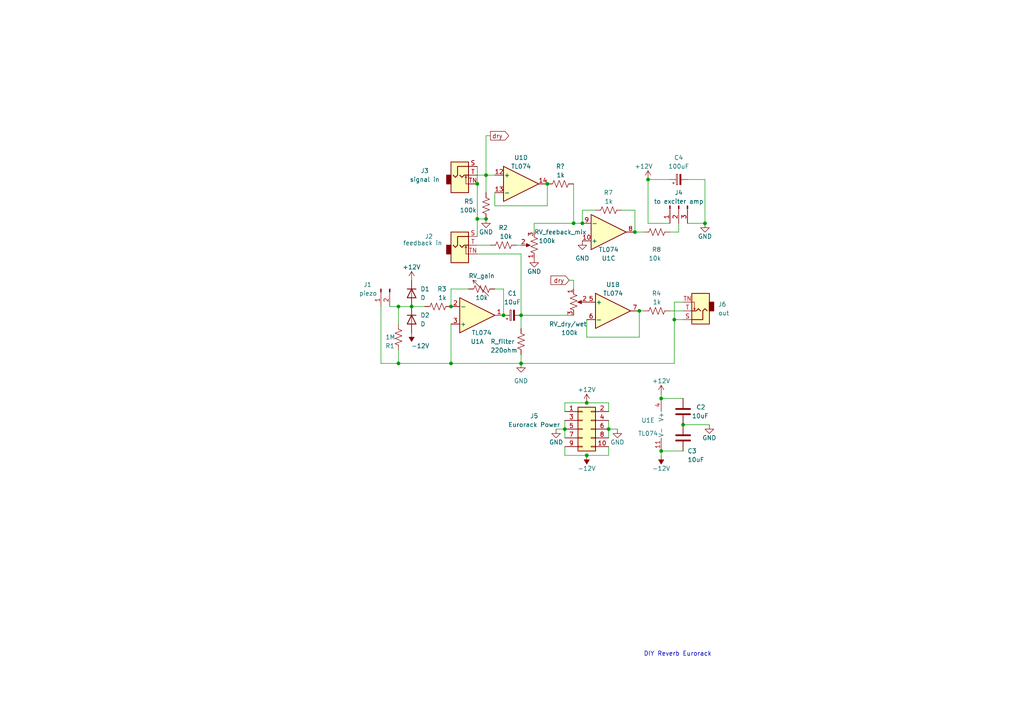
<source format=kicad_sch>
(kicad_sch (version 20211123) (generator eeschema)
  (paper "A4")
  (lib_symbols
    (symbol "Amplifier_Operational:TL074" (pin_names (offset 0.127))
      (property "Reference" "U" (at 0 5.08 0))
      (property "Value" "TL074" (at 0 -5.08 0))
      (symbol "TL074_1_1"
        (polyline (pts (xy -5.08 5.08) (xy 5.08 0) (xy -5.08 -5.08) (xy -5.08 5.08)) (stroke (width 0.254)) (fill (type background)))
        (pin output line (at 7.62 0 180) (length 2.54) (name "~") (number "1"))
        (pin input line (at -7.62 -2.54 0) (length 2.54) (name "-") (number "2"))
        (pin input line (at -7.62 2.54 0) (length 2.54) (name "+") (number "3"))
      )
      (symbol "TL074_2_1"
        (polyline (pts (xy -5.08 5.08) (xy 5.08 0) (xy -5.08 -5.08) (xy -5.08 5.08)) (stroke (width 0.254)) (fill (type background)))
        (pin input line (at -7.62 2.54 0) (length 2.54) (name "+") (number "5"))
        (pin input line (at -7.62 -2.54 0) (length 2.54) (name "-") (number "6"))
        (pin output line (at 7.62 0 180) (length 2.54) (name "~") (number "7"))
      )
      (symbol "TL074_3_1"
        (polyline (pts (xy -5.08 5.08) (xy 5.08 0) (xy -5.08 -5.08) (xy -5.08 5.08)) (stroke (width 0.254)) (fill (type background)))
        (pin input line (at -7.62 2.54 0) (length 2.54) (name "+") (number "10"))
        (pin output line (at 7.62 0 180) (length 2.54) (name "~") (number "8"))
        (pin input line (at -7.62 -2.54 0) (length 2.54) (name "-") (number "9"))
      )
      (symbol "TL074_4_1"
        (polyline (pts (xy -5.08 5.08) (xy 5.08 0) (xy -5.08 -5.08) (xy -5.08 5.08)) (stroke (width 0.254)) (fill (type background)))
        (pin input line (at -7.62 2.54 0) (length 2.54) (name "+") (number "12"))
        (pin input line (at -7.62 -2.54 0) (length 2.54) (name "-") (number "13"))
        (pin output line (at 7.62 0 180) (length 2.54) (name "~") (number "14"))
      )
      (symbol "TL074_5_1"
        (pin power_in line (at -2.54 -7.62 90) (length 3.81) (name "V-") (number "11"))
        (pin power_in line (at -2.54 7.62 270) (length 3.81) (name "V+") (number "4"))
      )
    )
    (symbol "Connector:AudioJack2_SwitchT"
      (property "Reference" "J" (at 0 8.89 0))
      (property "Value" "AudioJack2_SwitchT" (at 0 6.35 0))
      (symbol "AudioJack2_SwitchT_0_1"
        (rectangle (start -2.54 0) (end -3.81 -2.54) (stroke (width 0.254)) (fill (type outline)))
        (polyline (pts (xy 1.778 -0.254) (xy 2.032 -0.762)))
        (polyline (pts (xy 0 0) (xy 0.635 -0.635) (xy 1.27 0) (xy 2.54 0)) (stroke (width 0.254)))
        (polyline (pts (xy 2.54 -2.54) (xy 1.778 -2.54) (xy 1.778 -0.254) (xy 1.524 -0.762)))
        (polyline (pts (xy 2.54 2.54) (xy -0.635 2.54) (xy -0.635 0) (xy -1.27 -0.635) (xy -1.905 0)) (stroke (width 0.254)))
        (rectangle (start 2.54 3.81) (end -2.54 -5.08) (stroke (width 0.254)) (fill (type background)))
      )
      (symbol "AudioJack2_SwitchT_1_1"
        (pin passive line (at 5.08 2.54 180) (length 2.54) (name "~") (number "S"))
        (pin passive line (at 5.08 0 180) (length 2.54) (name "~") (number "T"))
        (pin passive line (at 5.08 -2.54 180) (length 2.54) (name "~") (number "TN"))
      )
    )
    (symbol "Connector:Conn_01x02_Male" (pin_names (offset 1.016) hide)
      (property "Reference" "J" (at 0 2.54 0))
      (property "Value" "Conn_01x02_Male" (at 0 -5.08 0))
      (symbol "Conn_01x02_Male_1_1"
        (polyline (pts (xy 1.27 -2.54) (xy 0.8636 -2.54)) (stroke (width 0.1524)))
        (polyline (pts (xy 1.27 0) (xy 0.8636 0)) (stroke (width 0.1524)))
        (rectangle (start 0.8636 -2.413) (end 0 -2.667) (stroke (width 0.1524)) (fill (type outline)))
        (rectangle (start 0.8636 0.127) (end 0 -0.127) (stroke (width 0.1524)) (fill (type outline)))
        (pin passive line (at 5.08 0 180) (length 3.81) (name "Pin_1") (number "1"))
        (pin passive line (at 5.08 -2.54 180) (length 3.81) (name "Pin_2") (number "2"))
      )
    )
    (symbol "Connector:Conn_01x03_Male" (pin_names (offset 1.016) hide)
      (property "Reference" "J" (at 0 5.08 0))
      (property "Value" "Conn_01x03_Male" (at 0 -5.08 0))
      (symbol "Conn_01x03_Male_1_1"
        (polyline (pts (xy 1.27 -2.54) (xy 0.8636 -2.54)) (stroke (width 0.1524)))
        (polyline (pts (xy 1.27 0) (xy 0.8636 0)) (stroke (width 0.1524)))
        (polyline (pts (xy 1.27 2.54) (xy 0.8636 2.54)) (stroke (width 0.1524)))
        (rectangle (start 0.8636 -2.413) (end 0 -2.667) (stroke (width 0.1524)) (fill (type outline)))
        (rectangle (start 0.8636 0.127) (end 0 -0.127) (stroke (width 0.1524)) (fill (type outline)))
        (rectangle (start 0.8636 2.667) (end 0 2.413) (stroke (width 0.1524)) (fill (type outline)))
        (pin passive line (at 5.08 2.54 180) (length 3.81) (name "Pin_1") (number "1"))
        (pin passive line (at 5.08 0 180) (length 3.81) (name "Pin_2") (number "2"))
        (pin passive line (at 5.08 -2.54 180) (length 3.81) (name "Pin_3") (number "3"))
      )
    )
    (symbol "Connector_Generic:Conn_02x05_Odd_Even" (pin_names (offset 1.016) hide)
      (property "Reference" "J" (at 1.27 7.62 0))
      (property "Value" "Conn_02x05_Odd_Even" (at 1.27 -7.62 0))
      (symbol "Conn_02x05_Odd_Even_1_1"
        (rectangle (start -1.27 -4.953) (end 0 -5.207) (stroke (width 0.1524)))
        (rectangle (start -1.27 -2.413) (end 0 -2.667) (stroke (width 0.1524)))
        (rectangle (start -1.27 0.127) (end 0 -0.127) (stroke (width 0.1524)))
        (rectangle (start -1.27 2.667) (end 0 2.413) (stroke (width 0.1524)))
        (rectangle (start -1.27 5.207) (end 0 4.953) (stroke (width 0.1524)))
        (rectangle (start -1.27 6.35) (end 3.81 -6.35) (stroke (width 0.254)) (fill (type background)))
        (rectangle (start 3.81 -4.953) (end 2.54 -5.207) (stroke (width 0.1524)))
        (rectangle (start 3.81 -2.413) (end 2.54 -2.667) (stroke (width 0.1524)))
        (rectangle (start 3.81 0.127) (end 2.54 -0.127) (stroke (width 0.1524)))
        (rectangle (start 3.81 2.667) (end 2.54 2.413) (stroke (width 0.1524)))
        (rectangle (start 3.81 5.207) (end 2.54 4.953) (stroke (width 0.1524)))
        (pin passive line (at -5.08 5.08 0) (length 3.81) (name "Pin_1") (number "1"))
        (pin passive line (at 7.62 -5.08 180) (length 3.81) (name "Pin_10") (number "10"))
        (pin passive line (at 7.62 5.08 180) (length 3.81) (name "Pin_2") (number "2"))
        (pin passive line (at -5.08 2.54 0) (length 3.81) (name "Pin_3") (number "3"))
        (pin passive line (at 7.62 2.54 180) (length 3.81) (name "Pin_4") (number "4"))
        (pin passive line (at -5.08 0 0) (length 3.81) (name "Pin_5") (number "5"))
        (pin passive line (at 7.62 0 180) (length 3.81) (name "Pin_6") (number "6"))
        (pin passive line (at -5.08 -2.54 0) (length 3.81) (name "Pin_7") (number "7"))
        (pin passive line (at 7.62 -2.54 180) (length 3.81) (name "Pin_8") (number "8"))
        (pin passive line (at -5.08 -5.08 0) (length 3.81) (name "Pin_9") (number "9"))
      )
    )
    (symbol "Device:C" (pin_numbers hide) (pin_names (offset 0.254))
      (property "Reference" "C" (at 0.635 2.54 0))
      (property "Value" "C" (at 0.635 -2.54 0))
      (symbol "C_0_1"
        (polyline (pts (xy -2.032 -0.762) (xy 2.032 -0.762)) (stroke (width 0.508)))
        (polyline (pts (xy -2.032 0.762) (xy 2.032 0.762)) (stroke (width 0.508)))
      )
      (symbol "C_1_1"
        (pin passive line (at 0 3.81 270) (length 2.794) (name "~") (number "1"))
        (pin passive line (at 0 -3.81 90) (length 2.794) (name "~") (number "2"))
      )
    )
    (symbol "Device:C_Polarized_Small" (pin_numbers hide) (pin_names (offset 0.254) hide)
      (property "Reference" "C" (at 0.254 1.778 0))
      (property "Value" "C_Polarized_Small" (at 0.254 -2.032 0))
      (symbol "C_Polarized_Small_0_1"
        (rectangle (start -1.524 -0.3048) (end 1.524 -0.6858) (fill (type outline)))
        (rectangle (start -1.524 0.6858) (end 1.524 0.3048))
        (polyline (pts (xy -1.27 1.524) (xy -0.762 1.524)))
        (polyline (pts (xy -1.016 1.27) (xy -1.016 1.778)))
      )
      (symbol "C_Polarized_Small_1_1"
        (pin passive line (at 0 2.54 270) (length 1.8542) (name "~") (number "1"))
        (pin passive line (at 0 -2.54 90) (length 1.8542) (name "~") (number "2"))
      )
    )
    (symbol "Device:D" (pin_numbers hide) (pin_names (offset 1.016) hide)
      (property "Reference" "D" (at 0 2.54 0))
      (property "Value" "D" (at 0 -2.54 0))
      (symbol "D_0_1"
        (polyline (pts (xy -1.27 1.27) (xy -1.27 -1.27)) (stroke (width 0.254)))
        (polyline (pts (xy 1.27 0) (xy -1.27 0)))
        (polyline (pts (xy 1.27 1.27) (xy 1.27 -1.27) (xy -1.27 0) (xy 1.27 1.27)) (stroke (width 0.254)))
      )
      (symbol "D_1_1"
        (pin passive line (at -3.81 0 0) (length 2.54) (name "K") (number "1"))
        (pin passive line (at 3.81 0 180) (length 2.54) (name "A") (number "2"))
      )
    )
    (symbol "Device:R_Potentiometer_US" (pin_names (offset 1.016) hide)
      (property "Reference" "RV" (at -4.445 0 90))
      (property "Value" "R_Potentiometer_US" (at -2.54 0 90))
      (symbol "R_Potentiometer_US_0_1"
        (polyline (pts (xy 0 -2.286) (xy 0 -2.54)))
        (polyline (pts (xy 0 2.54) (xy 0 2.286)))
        (polyline (pts (xy 2.54 0) (xy 1.524 0)))
        (polyline (pts (xy 1.143 0) (xy 2.286 0.508) (xy 2.286 -0.508) (xy 1.143 0)) (fill (type outline)))
        (polyline (pts (xy 0 -0.762) (xy 1.016 -1.143) (xy 0 -1.524) (xy -1.016 -1.905) (xy 0 -2.286)))
        (polyline (pts (xy 0 0.762) (xy 1.016 0.381) (xy 0 0) (xy -1.016 -0.381) (xy 0 -0.762)))
        (polyline (pts (xy 0 2.286) (xy 1.016 1.905) (xy 0 1.524) (xy -1.016 1.143) (xy 0 0.762)))
      )
      (symbol "R_Potentiometer_US_1_1"
        (pin passive line (at 0 3.81 270) (length 1.27) (name "1") (number "1"))
        (pin passive line (at 3.81 0 180) (length 1.27) (name "2") (number "2"))
        (pin passive line (at 0 -3.81 90) (length 1.27) (name "3") (number "3"))
      )
    )
    (symbol "Device:R_US" (pin_numbers hide) (pin_names (offset 0))
      (property "Reference" "R" (at 2.54 0 90))
      (property "Value" "R_US" (at -2.54 0 90))
      (symbol "R_US_0_1"
        (polyline (pts (xy 0 -2.286) (xy 0 -2.54)))
        (polyline (pts (xy 0 2.286) (xy 0 2.54)))
        (polyline (pts (xy 0 -0.762) (xy 1.016 -1.143) (xy 0 -1.524) (xy -1.016 -1.905) (xy 0 -2.286)))
        (polyline (pts (xy 0 0.762) (xy 1.016 0.381) (xy 0 0) (xy -1.016 -0.381) (xy 0 -0.762)))
        (polyline (pts (xy 0 2.286) (xy 1.016 1.905) (xy 0 1.524) (xy -1.016 1.143) (xy 0 0.762)))
      )
      (symbol "R_US_1_1"
        (pin passive line (at 0 3.81 270) (length 1.27) (name "~") (number "1"))
        (pin passive line (at 0 -3.81 90) (length 1.27) (name "~") (number "2"))
      )
    )
    (symbol "Device:R_Variable_US" (pin_numbers hide) (pin_names (offset 0))
      (property "Reference" "R" (at 2.54 -2.54 90))
      (property "Value" "R_Variable_US" (at -2.54 -1.27 90))
      (symbol "R_Variable_US_0_1"
        (polyline (pts (xy 0 -2.286) (xy 0 -2.54)))
        (polyline (pts (xy 0 2.286) (xy 0 2.54)))
        (polyline (pts (xy 0 -0.762) (xy 1.016 -1.143) (xy 0 -1.524) (xy -1.016 -1.905) (xy 0 -2.286)))
        (polyline (pts (xy 0 0.762) (xy 1.016 0.381) (xy 0 0) (xy -1.016 -0.381) (xy 0 -0.762)))
        (polyline (pts (xy 0 2.286) (xy 1.016 1.905) (xy 0 1.524) (xy -1.016 1.143) (xy 0 0.762)) (stroke (width 0.1524)))
        (polyline (pts (xy 2.286 1.524) (xy 2.54 2.54) (xy 1.524 2.286) (xy 2.54 2.54) (xy -2.032 -2.032)) (stroke (width 0.1524)))
      )
      (symbol "R_Variable_US_1_1"
        (pin passive line (at 0 3.81 270) (length 1.27) (name "~") (number "1"))
        (pin passive line (at 0 -3.81 90) (length 1.27) (name "~") (number "2"))
      )
    )
    (symbol "power:+12V" (power) (pin_names (offset 0))
      (property "Value" "+12V" (at 0 3.556 0))
      (symbol "+12V_0_1"
        (polyline (pts (xy -0.762 1.27) (xy 0 2.54)))
        (polyline (pts (xy 0 0) (xy 0 2.54)))
        (polyline (pts (xy 0 2.54) (xy 0.762 1.27)))
      )
      (symbol "+12V_1_1"
        (pin power_in line (at 0 0 90) (length 0) hide (name "+12V") (number "1"))
      )
    )
    (symbol "power:-12V" (power) (pin_names (offset 0))
      (property "Value" "-12V" (at 0 3.81 0))
      (symbol "-12V_0_0"
        (pin power_in line (at 0 0 90) (length 0) hide (name "-12V") (number "1"))
      )
      (symbol "-12V_0_1"
        (polyline (pts (xy 0 0) (xy 0 1.27) (xy 0.762 1.27) (xy 0 2.54) (xy -0.762 1.27) (xy 0 1.27)) (fill (type outline)))
      )
    )
    (symbol "power:GND" (power) (pin_names (offset 0))
      (property "Value" "GND" (at 0 -3.81 0))
      (symbol "GND_0_1"
        (polyline (pts (xy 0 0) (xy 0 -1.27) (xy 1.27 -1.27) (xy 0 -2.54) (xy -1.27 -1.27) (xy 0 -1.27)))
      )
      (symbol "GND_1_1"
        (pin power_in line (at 0 0 270) (length 0) hide (name "GND") (number "1"))
      )
    )
  )
  (junction (at 119.38 88.9))
  (junction (at 138.43 53.34))
  (junction (at 191.77 130.81))
  (junction (at 163.83 124.46))
  (junction (at 140.97 63.5))
  (junction (at 204.47 64.77))
  (junction (at 170.18 116.84))
  (junction (at 187.96 52.07))
  (junction (at 170.18 132.08))
  (junction (at 151.13 105.41))
  (junction (at 158.75 53.34))
  (junction (at 198.12 123.19))
  (junction (at 140.97 50.8))
  (junction (at 115.57 105.41))
  (junction (at 138.43 63.5))
  (junction (at 130.81 105.41))
  (junction (at 151.13 91.44))
  (junction (at 166.37 64.77))
  (junction (at 130.81 88.9))
  (junction (at 146.05 91.44))
  (junction (at 195.58 92.71))
  (junction (at 176.53 124.46))
  (junction (at 184.15 67.31))
  (junction (at 115.57 88.9))
  (junction (at 168.91 64.77))
  (junction (at 185.42 90.17))
  (junction (at 191.77 115.57))
  (wire (pts (xy 195.58 92.71) (xy 198.12 92.71)))
  (wire (pts (xy 140.97 39.37) (xy 142.24 39.37)))
  (wire (pts (xy 140.97 50.8) (xy 140.97 55.88)))
  (wire (pts (xy 168.91 60.96) (xy 172.72 60.96)))
  (wire (pts (xy 138.43 53.34) (xy 138.43 63.5)))
  (wire (pts (xy 185.42 90.17) (xy 186.69 90.17)))
  (wire (pts (xy 138.43 73.66) (xy 151.13 73.66)))
  (wire (pts (xy 166.37 53.34) (xy 166.37 64.77)))
  (wire (pts (xy 115.57 93.98) (xy 115.57 88.9)))
  (wire (pts (xy 154.94 64.77) (xy 154.94 67.31)))
  (wire (pts (xy 163.83 124.46) (xy 163.83 127)))
  (wire (pts (xy 151.13 105.41) (xy 195.58 105.41)))
  (wire (pts (xy 115.57 88.9) (xy 119.38 88.9)))
  (wire (pts (xy 166.37 83.82) (xy 166.37 81.28)))
  (wire (pts (xy 151.13 105.41) (xy 151.13 102.87)))
  (wire (pts (xy 130.81 105.41) (xy 151.13 105.41)))
  (wire (pts (xy 138.43 63.5) (xy 138.43 68.58)))
  (wire (pts (xy 168.91 64.77) (xy 168.91 60.96)))
  (wire (pts (xy 163.83 116.84) (xy 170.18 116.84)))
  (wire (pts (xy 143.51 59.69) (xy 158.75 59.69)))
  (wire (pts (xy 194.31 52.07) (xy 187.96 52.07)))
  (wire (pts (xy 130.81 83.82) (xy 135.89 83.82)))
  (wire (pts (xy 143.51 55.88) (xy 143.51 59.69)))
  (wire (pts (xy 119.38 88.9) (xy 123.19 88.9)))
  (wire (pts (xy 142.24 71.12) (xy 138.43 71.12)))
  (wire (pts (xy 191.77 130.81) (xy 198.12 130.81)))
  (wire (pts (xy 143.51 83.82) (xy 146.05 83.82)))
  (wire (pts (xy 149.86 71.12) (xy 151.13 71.12)))
  (wire (pts (xy 176.53 116.84) (xy 176.53 119.38)))
  (wire (pts (xy 170.18 132.08) (xy 176.53 132.08)))
  (wire (pts (xy 204.47 52.07) (xy 204.47 64.77)))
  (wire (pts (xy 170.18 97.79) (xy 170.18 92.71)))
  (wire (pts (xy 194.31 90.17) (xy 198.12 90.17)))
  (wire (pts (xy 176.53 121.92) (xy 176.53 124.46)))
  (wire (pts (xy 191.77 130.81) (xy 191.77 132.08)))
  (wire (pts (xy 198.12 87.63) (xy 195.58 87.63)))
  (wire (pts (xy 140.97 50.8) (xy 140.97 39.37)))
  (wire (pts (xy 151.13 91.44) (xy 166.37 91.44)))
  (wire (pts (xy 170.18 97.79) (xy 185.42 97.79)))
  (wire (pts (xy 191.77 115.57) (xy 198.12 115.57)))
  (wire (pts (xy 196.85 67.31) (xy 194.31 67.31)))
  (wire (pts (xy 166.37 64.77) (xy 168.91 64.77)))
  (wire (pts (xy 195.58 92.71) (xy 195.58 105.41)))
  (wire (pts (xy 154.94 64.77) (xy 166.37 64.77)))
  (wire (pts (xy 163.83 121.92) (xy 163.83 124.46)))
  (wire (pts (xy 191.77 114.3) (xy 191.77 115.57)))
  (wire (pts (xy 187.96 52.07) (xy 187.96 64.77)))
  (wire (pts (xy 138.43 63.5) (xy 140.97 63.5)))
  (wire (pts (xy 130.81 93.98) (xy 130.81 105.41)))
  (wire (pts (xy 196.85 64.77) (xy 196.85 67.31)))
  (wire (pts (xy 115.57 101.6) (xy 115.57 105.41)))
  (wire (pts (xy 113.03 88.9) (xy 115.57 88.9)))
  (wire (pts (xy 163.83 129.54) (xy 163.83 132.08)))
  (wire (pts (xy 140.97 50.8) (xy 143.51 50.8)))
  (wire (pts (xy 199.39 52.07) (xy 204.47 52.07)))
  (wire (pts (xy 138.43 48.26) (xy 138.43 53.34)))
  (wire (pts (xy 176.53 124.46) (xy 176.53 127)))
  (wire (pts (xy 110.49 105.41) (xy 115.57 105.41)))
  (wire (pts (xy 170.18 116.84) (xy 176.53 116.84)))
  (wire (pts (xy 186.69 67.31) (xy 184.15 67.31)))
  (wire (pts (xy 130.81 88.9) (xy 130.81 83.82)))
  (wire (pts (xy 176.53 132.08) (xy 176.53 129.54)))
  (wire (pts (xy 115.57 105.41) (xy 130.81 105.41)))
  (wire (pts (xy 146.05 91.44) (xy 146.05 83.82)))
  (wire (pts (xy 110.49 88.9) (xy 110.49 105.41)))
  (wire (pts (xy 151.13 95.25) (xy 151.13 91.44)))
  (wire (pts (xy 166.37 81.28) (xy 165.1 81.28)))
  (wire (pts (xy 199.39 64.77) (xy 204.47 64.77)))
  (wire (pts (xy 185.42 90.17) (xy 185.42 97.79)))
  (wire (pts (xy 138.43 50.8) (xy 140.97 50.8)))
  (wire (pts (xy 180.34 60.96) (xy 184.15 60.96)))
  (wire (pts (xy 151.13 73.66) (xy 151.13 91.44)))
  (wire (pts (xy 161.29 124.46) (xy 163.83 124.46)))
  (wire (pts (xy 179.07 124.46) (xy 176.53 124.46)))
  (wire (pts (xy 195.58 87.63) (xy 195.58 92.71)))
  (wire (pts (xy 163.83 119.38) (xy 163.83 116.84)))
  (wire (pts (xy 198.12 123.19) (xy 205.74 123.19)))
  (wire (pts (xy 187.96 64.77) (xy 194.31 64.77)))
  (wire (pts (xy 184.15 60.96) (xy 184.15 67.31)))
  (wire (pts (xy 158.75 59.69) (xy 158.75 53.34)))
  (wire (pts (xy 163.83 132.08) (xy 170.18 132.08)))
  (text "DIY Reverb Eurorack" (at 186.69 190.5 0) (effects (font (size 1.27 1.27)) (justify left bottom)))
  (global_label "dry" (shape output) (at 142.24 39.37 0) (property "Intersheet References" "${INTERSHEET_REFS}" (effects hide)))
  (global_label "dry" (shape input) (at 165.1 81.28 180) (property "Intersheet References" "${INTERSHEET_REFS}" (effects hide)))
  (symbol (lib_id "power:+12V") (at 191.77 114.3 0) (unit 1)
    (property "Reference" "#PWR0112" (effects hide))
    (property "Value" "+12V" (at 191.77 110.49 0))
  )
  (symbol (lib_id "power:+12V") (at 187.96 52.07 0) (mirror y) (unit 1)
    (property "Reference" "#PWR0105" (effects hide))
    (property "Value" "+12V" (at 186.69 48.26 0))
  )
  (symbol (lib_id "Device:R_Variable_US") (at 139.7 83.82 90) (unit 1)
    (property "Reference" "RV_gain" (at 139.7 80.01 90))
    (property "Value" "10k" (at 139.7 86.36 90))
    (property "Footprint" "Potentiometer_THT:Potentiometer_Alps_RK09K_Single_Vertical" (effects hide))
  )
  (symbol (lib_id "Connector:Conn_01x02_Male") (at 110.49 83.82 90) (mirror x) (unit 1)
    (property "Reference" "J1" (at 105.41 82.55 90) (effects (justify right)))
    (property "Value" "piezo" (at 104.14 85.09 90) (effects (justify right)))
    (property "Footprint" "Connector_PinHeader_2.54mm:PinHeader_1x02_P2.54mm_Vertical" (effects hide))
  )
  (symbol (lib_id "Device:R_US") (at 190.5 67.31 90) (unit 1)
    (property "Reference" "R8" (at 191.77 72.39 90) (effects (justify left)))
    (property "Value" "10k" (at 191.77 74.93 90) (effects (justify left)))
    (property "Footprint" "Resistor_THT:R_Axial_DIN0207_L6.3mm_D2.5mm_P7.62mm_Horizontal" (effects hide))
  )
  (symbol (lib_id "Device:D") (at 119.38 92.71 270) (unit 1)
    (property "Reference" "D2" (at 121.92 91.44 90) (effects (justify left)))
    (property "Value" "D" (at 121.92 93.98 90) (effects (justify left)))
    (property "Footprint" "Diode_THT:D_A-405_P7.62mm_Horizontal" (effects hide))
  )
  (symbol (lib_id "power:GND") (at 161.29 124.46 0) (unit 1)
    (property "Reference" "#PWR0108" (effects hide))
    (property "Value" "GND" (at 161.29 128.27 0))
  )
  (symbol (lib_id "power:-12V") (at 170.18 132.08 180) (unit 1)
    (property "Reference" "#PWR0113" (effects hide))
    (property "Value" "-12V" (at 170.18 135.89 0))
  )
  (symbol (lib_id "power:GND") (at 205.74 123.19 0) (unit 1)
    (property "Reference" "#PWR0114" (effects hide))
    (property "Value" "GND" (at 205.74 127 0))
  )
  (symbol (lib_id "Connector:Conn_01x03_Male") (at 196.85 59.69 90) (mirror x) (unit 1)
    (property "Reference" "J4" (at 196.85 55.88 90))
    (property "Value" "to exciter amp" (at 196.85 58.42 90))
    (property "Footprint" "Connector_PinHeader_2.54mm:PinHeader_1x03_P2.54mm_Vertical" (effects hide))
  )
  (symbol (lib_id "Device:R_US") (at 162.56 53.34 90) (unit 1)
    (property "Reference" "R?" (at 163.83 48.26 90) (effects (justify left)))
    (property "Value" "1k" (at 163.83 50.8 90) (effects (justify left)))
    (property "Footprint" "Resistor_THT:R_Axial_DIN0207_L6.3mm_D2.5mm_P7.62mm_Horizontal" (effects hide))
  )
  (symbol (lib_id "Connector:AudioJack2_SwitchT") (at 203.2 90.17 180) (unit 1)
    (property "Reference" "J6" (at 208.28 88.2649 0) (effects (justify right)))
    (property "Value" "out" (at 208.28 90.8049 0) (effects (justify right)))
    (property "Footprint" "Connector_Audio:Jack_3.5mm_QingPu_WQP-PJ398SM_Vertical_CircularHoles" (effects hide))
  )
  (symbol (lib_id "Device:R_Potentiometer_US") (at 154.94 71.12 180) (unit 1)
    (property "Reference" "RV_feeback_mix" (at 154.94 67.31 0) (effects (justify right)))
    (property "Value" "100k" (at 156.21 69.85 0) (effects (justify right)))
    (property "Footprint" "Potentiometer_THT:Potentiometer_Alps_RK09K_Single_Vertical" (effects hide))
  )
  (symbol (lib_id "power:GND") (at 204.47 64.77 0) (unit 1)
    (property "Reference" "#PWR0106" (effects hide))
    (property "Value" "GND" (at 204.47 68.58 0))
  )
  (symbol (lib_id "power:+12V") (at 170.18 116.84 0) (unit 1)
    (property "Reference" "#PWR0111" (effects hide))
    (property "Value" "+12V" (at 170.18 113.03 0))
  )
  (symbol (lib_id "Amplifier_Operational:TL074") (at 151.13 53.34 0) (unit 4)
    (property "Reference" "U1" (at 151.13 45.72 0))
    (property "Value" "TL074" (at 151.13 48.26 0))
    (property "Footprint" "Package_DIP:DIP-14_W7.62mm" (effects hide))
    (property "Datasheet" "http://www.ti.com/lit/ds/symlink/tl071.pdf" (effects hide))
  )
  (symbol (lib_id "Device:R_US") (at 140.97 59.69 0) (unit 1)
    (property "Reference" "R5" (at 134.62 58.42 0) (effects (justify left)))
    (property "Value" "100k" (at 133.35 60.96 0) (effects (justify left)))
    (property "Footprint" "Resistor_THT:R_Axial_DIN0207_L6.3mm_D2.5mm_P7.62mm_Horizontal" (effects hide))
  )
  (symbol (lib_id "power:-12V") (at 191.77 132.08 180) (unit 1)
    (property "Reference" "#PWR0109" (effects hide))
    (property "Value" "-12V" (at 191.77 135.89 0))
  )
  (symbol (lib_id "Device:R_US") (at 115.57 97.79 0) (unit 1)
    (property "Reference" "R1" (at 111.76 100.33 0) (effects (justify left)))
    (property "Value" "1M" (at 111.76 97.79 0) (effects (justify left)))
    (property "Footprint" "Resistor_THT:R_Axial_DIN0207_L6.3mm_D2.5mm_P7.62mm_Horizontal" (effects hide))
  )
  (symbol (lib_id "Amplifier_Operational:TL074") (at 177.8 90.17 0) (unit 2)
    (property "Reference" "U1" (at 177.8 82.55 0))
    (property "Value" "TL074" (at 177.8 85.09 0))
    (property "Footprint" "Package_DIP:DIP-14_W7.62mm" (effects hide))
    (property "Datasheet" "http://www.ti.com/lit/ds/symlink/tl071.pdf" (effects hide))
  )
  (symbol (lib_id "Device:C") (at 198.12 119.38 0) (unit 1)
    (property "Reference" "C2" (at 201.93 118.11 0) (effects (justify left)))
    (property "Value" "10uF" (at 200.66 120.65 0) (effects (justify left)))
    (property "Footprint" "Capacitor_THT:C_Rect_L10.0mm_W2.5mm_P7.50mm_MKS4" (effects hide))
  )
  (symbol (lib_id "power:-12V") (at 119.38 96.52 180) (unit 1)
    (property "Reference" "#PWR0103" (effects hide))
    (property "Value" "-12V" (at 121.92 100.33 0))
  )
  (symbol (lib_id "power:GND") (at 154.94 74.93 0) (unit 1)
    (property "Reference" "#PWR0101" (effects hide))
    (property "Value" "GND" (at 154.94 78.74 0))
  )
  (symbol (lib_id "power:GND") (at 140.97 63.5 0) (unit 1)
    (property "Reference" "#PWR0107" (effects hide))
    (property "Value" "GND" (at 140.97 67.31 0))
  )
  (symbol (lib_id "Connector:AudioJack2_SwitchT") (at 133.35 71.12 0) (unit 1)
    (property "Reference" "J2" (at 123.19 68.58 0) (effects (justify left)))
    (property "Value" "feedback in" (at 128.27 70.4851 0) (effects (justify right)))
    (property "Footprint" "Connector_Audio:Jack_3.5mm_QingPu_WQP-PJ398SM_Vertical_CircularHoles" (effects hide))
  )
  (symbol (lib_id "power:GND") (at 168.91 69.85 0) (unit 1)
    (property "Reference" "#PWR?" (effects hide))
    (property "Value" "GND" (at 168.91 74.93 0))
  )
  (symbol (lib_id "Device:R_US") (at 146.05 71.12 90) (unit 1)
    (property "Reference" "R2" (at 147.32 66.04 90) (effects (justify left)))
    (property "Value" "10k" (at 148.59 68.58 90) (effects (justify left)))
    (property "Footprint" "Resistor_THT:R_Axial_DIN0207_L6.3mm_D2.5mm_P7.62mm_Horizontal" (effects hide))
  )
  (symbol (lib_id "Connector:AudioJack2_SwitchT") (at 133.35 50.8 0) (unit 1)
    (property "Reference" "J3" (at 123.19 49.53 0))
    (property "Value" "signal in" (at 123.19 52.07 0))
    (property "Footprint" "Connector_Audio:Jack_3.5mm_QingPu_WQP-PJ398SM_Vertical_CircularHoles" (effects hide))
  )
  (symbol (lib_id "Device:R_Potentiometer_US") (at 166.37 87.63 0) (unit 1)
    (property "Reference" "RV_dry/wet" (at 170.18 93.98 0) (effects (justify right)))
    (property "Value" "100k" (at 167.64 96.52 0) (effects (justify right)))
    (property "Footprint" "Potentiometer_THT:Potentiometer_Alps_RK09K_Single_Vertical" (effects hide))
  )
  (symbol (lib_id "Device:R_US") (at 190.5 90.17 90) (unit 1)
    (property "Reference" "R4" (at 191.77 85.09 90) (effects (justify left)))
    (property "Value" "1k" (at 191.77 87.63 90) (effects (justify left)))
    (property "Footprint" "Resistor_THT:R_Axial_DIN0207_L6.3mm_D2.5mm_P7.62mm_Horizontal" (effects hide))
  )
  (symbol (lib_id "Amplifier_Operational:TL074") (at 176.53 67.31 0) (mirror x) (unit 3)
    (property "Reference" "U1" (at 176.53 74.93 0))
    (property "Value" "TL074" (at 176.53 72.39 0))
    (property "Footprint" "Package_DIP:DIP-14_W7.62mm" (effects hide))
    (property "Datasheet" "http://www.ti.com/lit/ds/symlink/tl071.pdf" (effects hide))
  )
  (symbol (lib_id "power:+12V") (at 119.38 81.28 0) (unit 1)
    (property "Reference" "#PWR0102" (effects hide))
    (property "Value" "+12V" (at 119.38 77.47 0))
  )
  (symbol (lib_id "Amplifier_Operational:TL074") (at 194.31 123.19 0) (unit 5)
    (property "Reference" "U1" (at 187.96 121.92 0))
    (property "Value" "TL074" (at 187.96 125.73 0))
    (property "Footprint" "Package_DIP:DIP-14_W7.62mm" (effects hide))
    (property "Datasheet" "http://www.ti.com/lit/ds/symlink/tl071.pdf" (effects hide))
  )
  (symbol (lib_id "Connector_Generic:Conn_02x05_Odd_Even") (at 168.91 124.46 0) (unit 1)
    (property "Reference" "J5" (at 154.94 120.65 0))
    (property "Value" "Eurorack Power" (at 154.94 123.19 0))
    (property "Footprint" "Connector_PinHeader_2.54mm:PinHeader_2x05_P2.54mm_Vertical" (effects hide))
  )
  (symbol (lib_id "Device:C_Polarized_Small") (at 196.85 52.07 90) (unit 1)
    (property "Reference" "C4" (at 196.85 45.72 90))
    (property "Value" "100uF" (at 196.85 48.26 90))
    (property "Footprint" "Capacitor_THT:CP_Radial_D5.0mm_P2.50mm" (effects hide))
  )
  (symbol (lib_id "Device:D") (at 119.38 85.09 270) (unit 1)
    (property "Reference" "D1" (at 121.92 83.82 90) (effects (justify left)))
    (property "Value" "D" (at 121.92 86.36 90) (effects (justify left)))
    (property "Footprint" "Diode_THT:D_A-405_P7.62mm_Horizontal" (effects hide))
  )
  (symbol (lib_id "power:GND") (at 151.13 105.41 0) (unit 1)
    (property "Reference" "#PWR0104" (effects hide))
    (property "Value" "GND" (at 151.13 110.49 0))
  )
  (symbol (lib_id "Amplifier_Operational:TL074") (at 138.43 91.44 0) (mirror x) (unit 1)
    (property "Reference" "U1" (at 138.43 99.06 0))
    (property "Value" "TL074" (at 139.7 96.52 0))
    (property "Footprint" "Package_DIP:DIP-14_W7.62mm" (effects hide))
    (property "Datasheet" "http://www.ti.com/lit/ds/symlink/tl071.pdf" (effects hide))
  )
  (symbol (lib_id "Device:R_US") (at 176.53 60.96 90) (unit 1)
    (property "Reference" "R7" (at 177.8 55.88 90) (effects (justify left)))
    (property "Value" "1k" (at 177.8 58.42 90) (effects (justify left)))
    (property "Footprint" "Resistor_THT:R_Axial_DIN0207_L6.3mm_D2.5mm_P7.62mm_Horizontal" (effects hide))
  )
  (symbol (lib_id "Device:C") (at 198.12 127 180) (unit 1)
    (property "Reference" "C3" (at 199.39 130.81 0) (effects (justify right)))
    (property "Value" "10uF" (at 199.39 133.35 0) (effects (justify right)))
    (property "Footprint" "Capacitor_THT:C_Rect_L10.0mm_W2.5mm_P7.50mm_MKS4" (effects hide))
  )
  (symbol (lib_id "Device:C_Polarized_Small") (at 148.59 91.44 90) (unit 1)
    (property "Reference" "C1" (at 148.59 85.09 90))
    (property "Value" "10uF" (at 148.59 87.63 90))
    (property "Footprint" "Capacitor_THT:CP_Radial_D5.0mm_P2.50mm" (effects hide))
  )
  (symbol (lib_id "Device:R_US") (at 127 88.9 90) (unit 1)
    (property "Reference" "R3" (at 129.54 83.82 90) (effects (justify left)))
    (property "Value" "1k" (at 129.54 86.36 90) (effects (justify left)))
    (property "Footprint" "Resistor_THT:R_Axial_DIN0207_L6.3mm_D2.5mm_P7.62mm_Horizontal" (effects hide))
  )
  (symbol (lib_id "Device:R_US") (at 151.13 99.06 0) (unit 1)
    (property "Reference" "R_filter" (at 142.24 99.06 0) (effects (justify left)))
    (property "Value" "220ohm" (at 142.24 101.6 0) (effects (justify left)))
    (property "Footprint" "Resistor_THT:R_Axial_DIN0207_L6.3mm_D2.5mm_P7.62mm_Horizontal" (effects hide))
  )
  (symbol (lib_id "power:GND") (at 179.07 124.46 0) (unit 1)
    (property "Reference" "#PWR0110" (effects hide))
    (property "Value" "GND" (at 179.07 128.27 0))
  )
)
</source>
